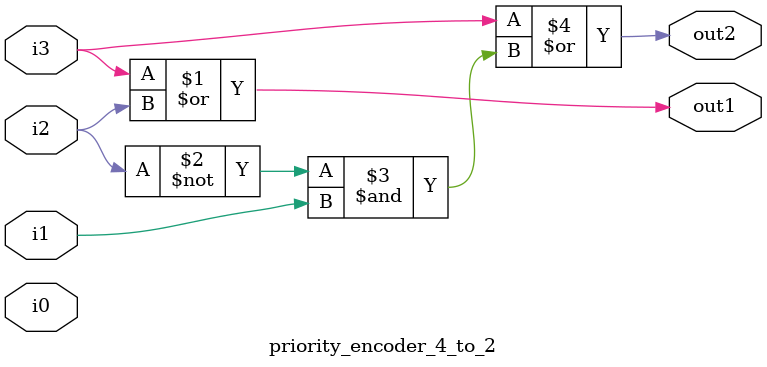
<source format=v>
 

 module priority_encoder_4_to_2(i0,i1,i2,i3,out1,out2);

// eclaration of input and output ports

 input i0,i1,i2,i3;

 output out1,out2;
 
// using dataflow model


 assign out1=(i3)|(i2);
 assign out2=(i3)|((~(i2))&(i1));

 endmodule



</source>
